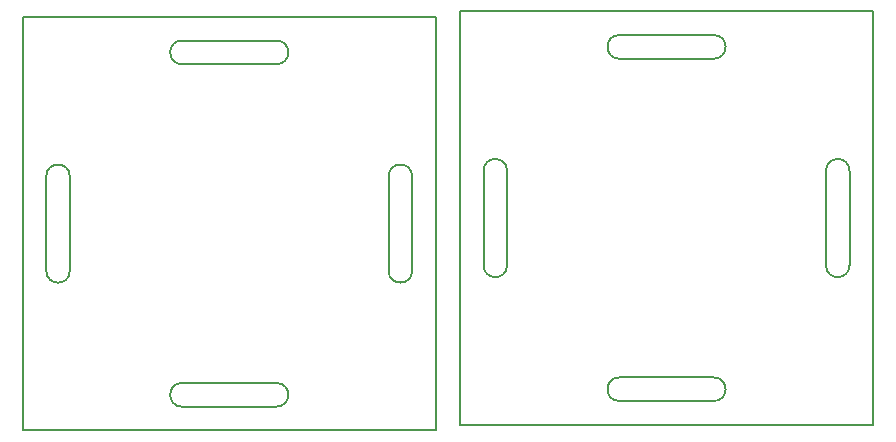
<source format=gbr>
G04 #@! TF.GenerationSoftware,KiCad,Pcbnew,(5.1.2-1)-1*
G04 #@! TF.CreationDate,2019-05-13T21:41:13-07:00*
G04 #@! TF.ProjectId,top_base,746f705f-6261-4736-952e-6b696361645f,rev?*
G04 #@! TF.SameCoordinates,Original*
G04 #@! TF.FileFunction,Profile,NP*
%FSLAX46Y46*%
G04 Gerber Fmt 4.6, Leading zero omitted, Abs format (unit mm)*
G04 Created by KiCad (PCBNEW (5.1.2-1)-1) date 2019-05-13 21:41:13*
%MOMM*%
%LPD*%
G04 APERTURE LIST*
%ADD10C,0.200000*%
G04 APERTURE END LIST*
D10*
X130295625Y-122720000D02*
X130295625Y-87720000D01*
X130295625Y-122720000D02*
X165295625Y-122720000D01*
X163290000Y-109220000D02*
G75*
G02X161290000Y-109220000I-1000000J0D01*
G01*
X163290000Y-109220000D02*
X163290000Y-101220000D01*
X143795626Y-91725625D02*
G75*
G02X143795626Y-89725625I0J1000000D01*
G01*
X151795625Y-91725625D02*
X143795626Y-91725625D01*
X151795625Y-89725625D02*
G75*
G02X151795625Y-91725625I0J-1000000D01*
G01*
X151795625Y-89725625D02*
X143795626Y-89725625D01*
X134301250Y-109220001D02*
G75*
G02X132301250Y-109220001I-1000000J0D01*
G01*
X134301250Y-101220000D02*
X134301250Y-109220001D01*
X165295625Y-122720000D02*
X165295625Y-87720000D01*
X132301250Y-101220000D02*
G75*
G02X134301250Y-101220000I1000000J0D01*
G01*
X132301250Y-101220000D02*
X132301250Y-109220001D01*
X130295625Y-87720000D02*
X165295625Y-87720000D01*
X143795626Y-120714375D02*
X151795625Y-120714375D01*
X151795625Y-118714375D02*
G75*
G02X151795625Y-120714375I0J-1000000D01*
G01*
X143795626Y-118714376D02*
X151795625Y-118714376D01*
X143795626Y-120714374D02*
G75*
G02X143795626Y-118714376I0J999999D01*
G01*
X161290000Y-101220000D02*
G75*
G02X163290000Y-101220000I1000000J0D01*
G01*
X161290000Y-109220000D02*
X161290000Y-101220000D01*
X106770001Y-121184375D02*
X114770000Y-121184375D01*
X114770000Y-119184375D02*
G75*
G02X114770000Y-121184375I0J-1000000D01*
G01*
X124264375Y-109690000D02*
X124264375Y-101690000D01*
X97275625Y-109690001D02*
G75*
G02X95275625Y-109690001I-1000000J0D01*
G01*
X97275625Y-101690000D02*
X97275625Y-109690001D01*
X93270000Y-88190000D02*
X128270000Y-88190000D01*
X114770000Y-90195625D02*
G75*
G02X114770000Y-92195625I0J-1000000D01*
G01*
X126264375Y-109690000D02*
X126264375Y-101690000D01*
X106770001Y-119184376D02*
X114770000Y-119184376D01*
X106770001Y-92195625D02*
G75*
G02X106770001Y-90195625I0J1000000D01*
G01*
X93270000Y-123190000D02*
X128270000Y-123190000D01*
X95275625Y-101690000D02*
G75*
G02X97275625Y-101690000I1000000J0D01*
G01*
X124264375Y-101690000D02*
G75*
G02X126264375Y-101690000I1000000J0D01*
G01*
X106770001Y-121184374D02*
G75*
G02X106770001Y-119184376I0J999999D01*
G01*
X95275625Y-101690000D02*
X95275625Y-109690001D01*
X114770000Y-90195625D02*
X106770001Y-90195625D01*
X114770000Y-92195625D02*
X106770001Y-92195625D01*
X126264375Y-109690000D02*
G75*
G02X124264375Y-109690000I-1000000J0D01*
G01*
X93270000Y-123190000D02*
X93270000Y-88190000D01*
X128270000Y-123190000D02*
X128270000Y-88190000D01*
M02*

</source>
